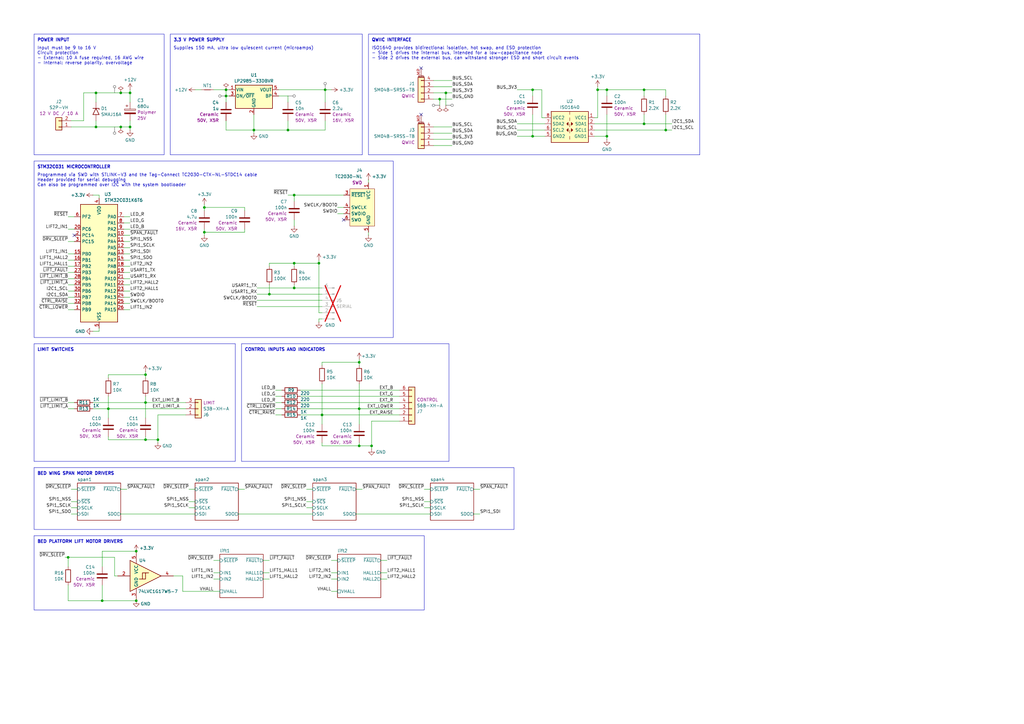
<source format=kicad_sch>
(kicad_sch (version 20250114) (generator "eeschema") (generator_version "9.0")
  (paper "A3")
  (title_block (title "Bed Lift Controller") (date "2025-11") (rev "v0.3") (company "Brown Studios LLC"))
  (rectangle (start 99.06 140.97) (end 184.15 189.23))
  (rectangle (start 13.97 219.71) (end 173.99 250.19))
  (rectangle (start 69.85 13.97) (end 148.59 63.5))
  (rectangle (start 13.97 13.97) (end 67.31 63.5))
  (rectangle (start 13.97 140.97) (end 96.52 189.23))
  (rectangle (start 151.13 13.97) (end 287.02 63.5))
  (rectangle (start 13.97 66.04) (end 161.29 138.43))
  (rectangle (start 13.97 191.77) (end 210.82 217.17))
  (text "Programmed via SWD with STLINK-V3 and the Tag-Connect TC2030-CTX-NL-STDC14 cable\nHeader provided for serial debugging\nCan also be programmed over I2C with the system bootloader" (at 15.24 71.12 0) (effects (font (size 1.27 1.27) (thickness 0.1588)) (justify left top)))
  (text "Supplies 150 mA, ultra low quiescent current (microamps)" (at 71.12 19.05 0) (effects (font (size 1.27 1.27)) (justify left top)))
  (text "LIMIT SWITCHES" (at 15.24 143.51 0) (effects (font (size 1.27 1.27) (thickness 0.254) (bold yes)) (justify left)))
  (text "POWER INPUT" (at 15.24 16.51 0) (effects (font (size 1.27 1.27) (thickness 0.254) (bold yes)) (justify left)))
  (text "BED WING SPAN MOTOR DRIVERS" (at 15.24 194.31 0) (effects (font (size 1.27 1.27) (thickness 0.254) (bold yes)) (justify left)))
  (text "STM32C031 MICROCONTROLLER" (at 15.24 68.58 0) (effects (font (size 1.27 1.27) (thickness 0.254) (bold yes)) (justify left)))
  (text "3.3 V POWER SUPPLY" (at 71.12 16.51 0) (effects (font (size 1.27 1.27) (thickness 0.254) (bold yes)) (justify left)))
  (text "QWIIC INTERFACE" (at 152.4 16.51 0) (effects (font (size 1.27 1.27) (thickness 0.254) (bold yes)) (justify left)))
  (text "CONTROL INPUTS AND INDICATORS" (at 100.33 143.51 0) (effects (font (size 1.27 1.27) (thickness 0.254) (bold yes)) (justify left)))
  (text "Input must be 9 to 16 V\nCircuit protection\n- External: 10 A fuse required, 16 AWG wire\n- Internal: reverse polarity, overvoltage" (at 15.24 19.05 0) (effects (font (size 1.27 1.27)) (justify left top)))
  (text "ISO1640 provides bidirectional isolation, hot swap, and ESD protection\n- Side 1 drives the internal bus, intended for a low-capacitance node\n- Side 2 drives the external bus, can withstand stronger ESD and short circuit events" (at 152.4 19.05 0) (effects (font (size 1.27 1.27)) (justify left top)))
  (text "BED PLATFORM LIFT MOTOR DRIVERS" (at 15.24 222.25 0) (effects (font (size 1.27 1.27) (thickness 0.254) (bold yes)) (justify left)))
  (junction (at 44.45 167.64))
  (junction (at 180.34 40.64))
  (junction (at 133.35 36.83))
  (junction (at 120.65 80.01))
  (junction (at 92.71 39.37))
  (junction (at 130.81 107.95))
  (junction (at 147.32 167.64))
  (junction (at 39.37 52.07))
  (junction (at 218.44 36.83))
  (junction (at 64.77 180.34))
  (junction (at 59.69 165.1))
  (junction (at 264.16 50.8))
  (junction (at 152.4 182.88))
  (junction (at 59.69 180.34))
  (junction (at 132.08 170.18))
  (junction (at 182.88 38.1))
  (junction (at 264.16 36.83))
  (junction (at 41.91 246.38))
  (junction (at 120.65 118.11))
  (junction (at 120.65 107.95))
  (junction (at 118.11 53.34))
  (junction (at 83.82 85.09))
  (junction (at 55.88 226.06))
  (junction (at 49.53 38.1))
  (junction (at 39.37 38.1))
  (junction (at 248.92 36.83))
  (junction (at 218.44 55.88))
  (junction (at 53.34 52.07))
  (junction (at 53.34 38.1))
  (junction (at 27.94 228.6))
  (junction (at 248.92 55.88))
  (junction (at 245.11 36.83))
  (junction (at 104.14 53.34))
  (junction (at 49.53 52.07))
  (junction (at 273.05 53.34))
  (junction (at 147.32 148.59))
  (junction (at 110.49 120.65))
  (junction (at 147.32 182.88))
  (junction (at 55.88 246.38))
  (junction (at 83.82 95.25))
  (junction (at 92.71 36.83))
  (junction (at 59.69 153.67))
  (no_connect (at 172.72 27.94))
  (no_connect (at 30.48 96.52))
  (no_connect (at 172.72 46.99))
  (no_connect (at 140.97 90.17))
  (wire (pts (xy 133.35 36.83) (xy 133.35 41.91)))
  (wire (pts (xy 118.11 49.53) (xy 118.11 53.34)))
  (wire (pts (xy 120.65 80.01) (xy 140.97 80.01)))
  (wire (pts (xy 177.8 40.64) (xy 180.34 40.64)))
  (wire (pts (xy 50.8 91.44) (xy 53.34 91.44)))
  (wire (pts (xy 177.8 54.61) (xy 185.42 54.61)))
  (wire (pts (xy 50.8 99.06) (xy 53.34 99.06)))
  (wire (pts (xy 27.94 88.9) (xy 30.48 88.9)))
  (wire (pts (xy 92.71 49.53) (xy 92.71 53.34)))
  (wire (pts (xy 44.45 180.34) (xy 59.69 180.34)))
  (wire (pts (xy 44.45 162.56) (xy 44.45 167.64)))
  (wire (pts (xy 50.8 101.6) (xy 53.34 101.6)))
  (wire (pts (xy 27.94 228.6) (xy 46.99 228.6)))
  (wire (pts (xy 114.3 39.37) (xy 118.11 39.37)))
  (wire (pts (xy 264.16 50.8) (xy 275.59 50.8)))
  (wire (pts (xy 40.64 80.01) (xy 40.64 81.28)))
  (wire (pts (xy 27.94 127) (xy 30.48 127)))
  (wire (pts (xy 243.84 48.26) (xy 245.11 48.26)))
  (wire (pts (xy 245.11 48.26) (xy 245.11 36.83)))
  (wire (pts (xy 27.94 116.84) (xy 30.48 116.84)))
  (wire (pts (xy 39.37 49.53) (xy 39.37 52.07)))
  (wire (pts (xy 130.81 106.68) (xy 130.81 107.95)))
  (wire (pts (xy 50.8 96.52) (xy 53.34 96.52)))
  (wire (pts (xy 38.1 165.1) (xy 59.69 165.1)))
  (wire (pts (xy 97.79 210.82) (xy 128.27 210.82)))
  (wire (pts (xy 194.31 210.82) (xy 196.85 210.82)))
  (wire (pts (xy 50.8 106.68) (xy 53.34 106.68)))
  (wire (pts (xy 29.21 208.28) (xy 31.75 208.28)))
  (wire (pts (xy 44.45 179.07) (xy 44.45 180.34)))
  (wire (pts (xy 100.33 85.09) (xy 100.33 86.36)))
  (wire (pts (xy 27.94 114.3) (xy 30.48 114.3)))
  (wire (pts (xy 27.94 246.38) (xy 41.91 246.38)))
  (wire (pts (xy 156.21 234.95) (xy 158.75 234.95)))
  (wire (pts (xy 156.21 237.49) (xy 158.75 237.49)))
  (wire (pts (xy 27.94 119.38) (xy 30.48 119.38)))
  (wire (pts (xy 125.73 205.74) (xy 128.27 205.74)))
  (wire (pts (xy 41.91 226.06) (xy 55.88 226.06)))
  (wire (pts (xy 264.16 50.8) (xy 264.16 46.99)))
  (wire (pts (xy 44.45 154.94) (xy 44.45 153.67)))
  (wire (pts (xy 152.4 172.72) (xy 152.4 182.88)))
  (wire (pts (xy 223.52 48.26) (xy 222.25 48.26)))
  (wire (pts (xy 53.34 38.1) (xy 53.34 41.91)))
  (wire (pts (xy 273.05 53.34) (xy 275.59 53.34)))
  (wire (pts (xy 105.41 120.65) (xy 110.49 120.65)))
  (wire (pts (xy 27.94 124.46) (xy 30.48 124.46)))
  (wire (pts (xy 27.94 111.76) (xy 30.48 111.76)))
  (wire (pts (xy 152.4 182.88) (xy 152.4 184.15)))
  (wire (pts (xy 123.19 162.56) (xy 163.83 162.56)))
  (wire (pts (xy 92.71 39.37) (xy 92.71 41.91)))
  (wire (pts (xy 44.45 153.67) (xy 59.69 153.67)))
  (wire (pts (xy 27.94 167.64) (xy 30.48 167.64)))
  (wire (pts (xy 248.92 46.99) (xy 248.92 55.88)))
  (wire (pts (xy 59.69 153.67) (xy 59.69 154.94)))
  (wire (pts (xy 125.73 208.28) (xy 128.27 208.28)))
  (wire (pts (xy 27.94 228.6) (xy 27.94 232.41)))
  (wire (pts (xy 177.8 33.02) (xy 185.42 33.02)))
  (wire (pts (xy 27.94 121.92) (xy 30.48 121.92)))
  (wire (pts (xy 118.11 53.34) (xy 133.35 53.34)))
  (wire (pts (xy 147.32 167.64) (xy 163.83 167.64)))
  (wire (pts (xy 130.81 107.95) (xy 130.81 128.27)))
  (wire (pts (xy 264.16 36.83) (xy 264.16 39.37)))
  (wire (pts (xy 83.82 83.82) (xy 83.82 85.09)))
  (wire (pts (xy 49.53 200.66) (xy 52.07 200.66)))
  (wire (pts (xy 74.93 242.57) (xy 90.17 242.57)))
  (wire (pts (xy 125.73 200.66) (xy 128.27 200.66)))
  (wire (pts (xy 107.95 237.49) (xy 110.49 237.49)))
  (wire (pts (xy 110.49 116.84) (xy 110.49 120.65)))
  (wire (pts (xy 218.44 36.83) (xy 218.44 39.37)))
  (wire (pts (xy 264.16 36.83) (xy 273.05 36.83)))
  (wire (pts (xy 44.45 167.64) (xy 44.45 171.45)))
  (wire (pts (xy 53.34 38.1) (xy 49.53 38.1)))
  (wire (pts (xy 80.01 36.83) (xy 82.55 36.83)))
  (wire (pts (xy 83.82 93.98) (xy 83.82 95.25)))
  (wire (pts (xy 77.47 205.74) (xy 80.01 205.74)))
  (wire (pts (xy 34.29 38.1) (xy 39.37 38.1)))
  (wire (pts (xy 29.21 210.82) (xy 31.75 210.82)))
  (wire (pts (xy 194.31 200.66) (xy 196.85 200.66)))
  (wire (pts (xy 40.64 135.89) (xy 40.64 134.62)))
  (wire (pts (xy 97.79 200.66) (xy 100.33 200.66)))
  (wire (pts (xy 130.81 130.81) (xy 132.08 130.81)))
  (wire (pts (xy 177.8 59.69) (xy 185.42 59.69)))
  (wire (pts (xy 212.09 53.34) (xy 223.52 53.34)))
  (wire (pts (xy 104.14 46.99) (xy 104.14 53.34)))
  (wire (pts (xy 132.08 181.61) (xy 132.08 182.88)))
  (wire (pts (xy 38.1 167.64) (xy 44.45 167.64)))
  (wire (pts (xy 27.94 165.1) (xy 30.48 165.1)))
  (wire (pts (xy 180.34 40.64) (xy 185.42 40.64)))
  (wire (pts (xy 120.65 116.84) (xy 120.65 118.11)))
  (wire (pts (xy 53.34 52.07) (xy 53.34 53.34)))
  (wire (pts (xy 77.47 200.66) (xy 80.01 200.66)))
  (wire (pts (xy 113.03 165.1) (xy 115.57 165.1)))
  (wire (pts (xy 120.65 118.11) (xy 132.08 118.11)))
  (wire (pts (xy 50.8 116.84) (xy 53.34 116.84)))
  (wire (pts (xy 147.32 167.64) (xy 147.32 157.48)))
  (wire (pts (xy 218.44 46.99) (xy 218.44 55.88)))
  (wire (pts (xy 104.14 53.34) (xy 104.14 54.61)))
  (wire (pts (xy 118.11 80.01) (xy 120.65 80.01)))
  (wire (pts (xy 151.13 73.66) (xy 151.13 74.93)))
  (wire (pts (xy 38.1 135.89) (xy 40.64 135.89)))
  (wire (pts (xy 100.33 95.25) (xy 100.33 93.98)))
  (wire (pts (xy 120.65 90.17) (xy 120.65 92.71)))
  (wire (pts (xy 243.84 50.8) (xy 264.16 50.8)))
  (wire (pts (xy 29.21 205.74) (xy 31.75 205.74)))
  (wire (pts (xy 132.08 157.48) (xy 132.08 170.18)))
  (wire (pts (xy 218.44 36.83) (xy 222.25 36.83)))
  (wire (pts (xy 87.63 237.49) (xy 90.17 237.49)))
  (wire (pts (xy 29.21 49.53) (xy 34.29 49.53)))
  (wire (pts (xy 27.94 106.68) (xy 30.48 106.68)))
  (wire (pts (xy 135.89 234.95) (xy 138.43 234.95)))
  (wire (pts (xy 74.93 236.22) (xy 74.93 242.57)))
  (wire (pts (xy 48.26 236.22) (xy 46.99 236.22)))
  (wire (pts (xy 92.71 39.37) (xy 93.98 39.37)))
  (wire (pts (xy 110.49 120.65) (xy 132.08 120.65)))
  (wire (pts (xy 92.71 53.34) (xy 104.14 53.34)))
  (wire (pts (xy 273.05 46.99) (xy 273.05 53.34)))
  (wire (pts (xy 50.8 121.92) (xy 53.34 121.92)))
  (wire (pts (xy 120.65 107.95) (xy 130.81 107.95)))
  (wire (pts (xy 151.13 96.52) (xy 151.13 95.25)))
  (wire (pts (xy 182.88 38.1) (xy 185.42 38.1)))
  (wire (pts (xy 146.05 210.82) (xy 176.53 210.82)))
  (wire (pts (xy 248.92 55.88) (xy 243.84 55.88)))
  (wire (pts (xy 105.41 125.73) (xy 132.08 125.73)))
  (wire (pts (xy 135.89 242.57) (xy 138.43 242.57)))
  (wire (pts (xy 41.91 232.41) (xy 41.91 226.06)))
  (wire (pts (xy 107.95 229.87) (xy 110.49 229.87)))
  (wire (pts (xy 113.03 170.18) (xy 115.57 170.18)))
  (wire (pts (xy 92.71 36.83) (xy 92.71 39.37)))
  (wire (pts (xy 49.53 52.07) (xy 39.37 52.07)))
  (wire (pts (xy 27.94 240.03) (xy 27.94 246.38)))
  (wire (pts (xy 132.08 149.86) (xy 132.08 148.59)))
  (wire (pts (xy 59.69 152.4) (xy 59.69 153.67)))
  (wire (pts (xy 177.8 38.1) (xy 182.88 38.1)))
  (wire (pts (xy 177.8 35.56) (xy 185.42 35.56)))
  (wire (pts (xy 132.08 182.88) (xy 147.32 182.88)))
  (wire (pts (xy 180.34 43.18) (xy 180.34 40.64)))
  (wire (pts (xy 110.49 107.95) (xy 120.65 107.95)))
  (wire (pts (xy 50.8 109.22) (xy 53.34 109.22)))
  (wire (pts (xy 83.82 85.09) (xy 100.33 85.09)))
  (wire (pts (xy 140.97 85.09) (xy 138.43 85.09)))
  (wire (pts (xy 120.65 109.22) (xy 120.65 107.95)))
  (wire (pts (xy 212.09 50.8) (xy 223.52 50.8)))
  (wire (pts (xy 120.65 80.01) (xy 120.65 82.55)))
  (wire (pts (xy 114.3 36.83) (xy 133.35 36.83)))
  (wire (pts (xy 147.32 167.64) (xy 147.32 173.99)))
  (wire (pts (xy 59.69 165.1) (xy 76.2 165.1)))
  (wire (pts (xy 50.8 88.9) (xy 53.34 88.9)))
  (wire (pts (xy 222.25 48.26) (xy 222.25 36.83)))
  (wire (pts (xy 87.63 229.87) (xy 90.17 229.87)))
  (wire (pts (xy 46.99 236.22) (xy 46.99 228.6)))
  (wire (pts (xy 156.21 229.87) (xy 158.75 229.87)))
  (wire (pts (xy 182.88 38.1) (xy 182.88 43.18)))
  (wire (pts (xy 163.83 172.72) (xy 152.4 172.72)))
  (wire (pts (xy 59.69 179.07) (xy 59.69 180.34)))
  (wire (pts (xy 110.49 109.22) (xy 110.49 107.95)))
  (wire (pts (xy 243.84 53.34) (xy 273.05 53.34)))
  (wire (pts (xy 248.92 36.83) (xy 264.16 36.83)))
  (wire (pts (xy 83.82 95.25) (xy 100.33 95.25)))
  (wire (pts (xy 212.09 36.83) (xy 218.44 36.83)))
  (wire (pts (xy 27.94 104.14) (xy 30.48 104.14)))
  (wire (pts (xy 245.11 36.83) (xy 248.92 36.83)))
  (wire (pts (xy 26.67 228.6) (xy 27.94 228.6)))
  (wire (pts (xy 59.69 162.56) (xy 59.69 165.1)))
  (wire (pts (xy 123.19 160.02) (xy 163.83 160.02)))
  (wire (pts (xy 173.99 200.66) (xy 176.53 200.66)))
  (wire (pts (xy 38.1 80.01) (xy 40.64 80.01)))
  (wire (pts (xy 147.32 181.61) (xy 147.32 182.88)))
  (wire (pts (xy 130.81 132.08) (xy 130.81 130.81)))
  (wire (pts (xy 173.99 205.74) (xy 176.53 205.74)))
  (wire (pts (xy 39.37 38.1) (xy 49.53 38.1)))
  (wire (pts (xy 53.34 36.83) (xy 53.34 38.1)))
  (wire (pts (xy 44.45 167.64) (xy 76.2 167.64)))
  (wire (pts (xy 27.94 109.22) (xy 30.48 109.22)))
  (wire (pts (xy 146.05 200.66) (xy 148.59 200.66)))
  (wire (pts (xy 50.8 104.14) (xy 53.34 104.14)))
  (wire (pts (xy 50.8 93.98) (xy 53.34 93.98)))
  (wire (pts (xy 50.8 124.46) (xy 53.34 124.46)))
  (wire (pts (xy 77.47 208.28) (xy 80.01 208.28)))
  (wire (pts (xy 50.8 127) (xy 53.34 127)))
  (wire (pts (xy 212.09 55.88) (xy 218.44 55.88)))
  (wire (pts (xy 147.32 148.59) (xy 147.32 149.86)))
  (wire (pts (xy 53.34 49.53) (xy 53.34 52.07)))
  (wire (pts (xy 92.71 36.83) (xy 93.98 36.83)))
  (wire (pts (xy 130.81 128.27) (xy 132.08 128.27)))
  (wire (pts (xy 53.34 52.07) (xy 49.53 52.07)))
  (wire (pts (xy 39.37 38.1) (xy 39.37 41.91)))
  (wire (pts (xy 248.92 36.83) (xy 248.92 39.37)))
  (wire (pts (xy 87.63 36.83) (xy 92.71 36.83)))
  (wire (pts (xy 133.35 53.34) (xy 133.35 49.53)))
  (wire (pts (xy 218.44 55.88) (xy 223.52 55.88)))
  (wire (pts (xy 147.32 182.88) (xy 152.4 182.88)))
  (wire (pts (xy 64.77 180.34) (xy 64.77 181.61)))
  (wire (pts (xy 105.41 123.19) (xy 132.08 123.19)))
  (wire (pts (xy 147.32 147.32) (xy 147.32 148.59)))
  (wire (pts (xy 123.19 170.18) (xy 132.08 170.18)))
  (wire (pts (xy 135.89 237.49) (xy 138.43 237.49)))
  (wire (pts (xy 71.12 236.22) (xy 74.93 236.22)))
  (wire (pts (xy 135.89 229.87) (xy 138.43 229.87)))
  (wire (pts (xy 107.95 234.95) (xy 110.49 234.95)))
  (wire (pts (xy 104.14 53.34) (xy 118.11 53.34)))
  (wire (pts (xy 49.53 210.82) (xy 80.01 210.82)))
  (wire (pts (xy 83.82 86.36) (xy 83.82 85.09)))
  (wire (pts (xy 113.03 160.02) (xy 115.57 160.02)))
  (wire (pts (xy 118.11 39.37) (xy 118.11 41.91)))
  (wire (pts (xy 105.41 118.11) (xy 120.65 118.11)))
  (wire (pts (xy 34.29 38.1) (xy 34.29 49.53)))
  (wire (pts (xy 27.94 93.98) (xy 30.48 93.98)))
  (wire (pts (xy 29.21 52.07) (xy 39.37 52.07)))
  (wire (pts (xy 140.97 87.63) (xy 138.43 87.63)))
  (wire (pts (xy 123.19 165.1) (xy 163.83 165.1)))
  (wire (pts (xy 132.08 170.18) (xy 163.83 170.18)))
  (wire (pts (xy 59.69 165.1) (xy 59.69 171.45)))
  (wire (pts (xy 59.69 180.34) (xy 64.77 180.34)))
  (wire (pts (xy 123.19 167.64) (xy 147.32 167.64)))
  (wire (pts (xy 41.91 240.03) (xy 41.91 246.38)))
  (wire (pts (xy 76.2 170.18) (xy 64.77 170.18)))
  (wire (pts (xy 113.03 162.56) (xy 115.57 162.56)))
  (wire (pts (xy 273.05 36.83) (xy 273.05 39.37)))
  (wire (pts (xy 50.8 111.76) (xy 53.34 111.76)))
  (wire (pts (xy 185.42 57.15) (xy 177.8 57.15)))
  (wire (pts (xy 41.91 246.38) (xy 55.88 246.38)))
  (wire (pts (xy 245.11 35.56) (xy 245.11 36.83)))
  (wire (pts (xy 83.82 95.25) (xy 83.82 96.52)))
  (wire (pts (xy 50.8 114.3) (xy 53.34 114.3)))
  (wire (pts (xy 50.8 119.38) (xy 53.34 119.38)))
  (wire (pts (xy 132.08 148.59) (xy 147.32 148.59)))
  (wire (pts (xy 27.94 99.06) (xy 30.48 99.06)))
  (wire (pts (xy 132.08 170.18) (xy 132.08 173.99)))
  (wire (pts (xy 133.35 36.83) (xy 135.89 36.83)))
  (wire (pts (xy 248.92 55.88) (xy 248.92 57.15)))
  (wire (pts (xy 173.99 208.28) (xy 176.53 208.28)))
  (wire (pts (xy 177.8 52.07) (xy 185.42 52.07)))
  (wire (pts (xy 29.21 200.66) (xy 31.75 200.66)))
  (wire (pts (xy 113.03 167.64) (xy 115.57 167.64)))
  (wire (pts (xy 87.63 234.95) (xy 90.17 234.95)))
  (wire (pts (xy 64.77 170.18) (xy 64.77 180.34)))
  (label "~{RESET}" (at 105.41 125.73 180))
  (label "BUS_SCL" (at 185.42 52.07 0))
  (label "~{LIFT_LIMIT_B}" (at 27.94 165.1 180))
  (label "EXT_LOWER" (at 161.29 167.64 180))
  (label "USART1_RX" (at 53.34 114.3 0))
  (label "~{CTRL_RAISE}" (at 27.94 124.46 180))
  (label "SPI1_SCLK" (at 53.34 101.6 0))
  (label "EXT_LIMIT_B" (at 73.66 165.1 180))
  (label "LIFT1_HALL2" (at 110.49 237.49 0))
  (label "~{LIFT_LIMIT_A}" (at 27.94 167.64 180))
  (label "USART1_TX" (at 105.41 118.11 180))
  (label "EXT_G" (at 161.29 162.56 180))
  (label "~{CTRL_LOWER}" (at 113.03 167.64 180))
  (label "LIFT2_IN2" (at 135.89 237.49 180))
  (label "LIFT1_HALL2" (at 27.94 106.68 180))
  (label "SPI1_NSS" (at 173.99 205.74 180))
  (label "SWDIO" (at 138.43 87.63 180))
  (label "~{LIFT_FAULT}" (at 110.49 229.87 0))
  (label "SPI1_SDO" (at 29.21 210.82 180))
  (label "VHALL" (at 87.63 242.57 180))
  (label "VHALL" (at 135.89 242.57 180))
  (label "LIFT2_HALL1" (at 158.75 234.95 0))
  (label "LIFT2_HALL1" (at 53.34 119.38 0))
  (label "EXT_LIMIT_A" (at 73.66 167.64 180))
  (label "EXT_R" (at 161.29 165.1 180))
  (label "~{DRV_SLEEP}" (at 26.67 228.6 180))
  (label "BUS_SDA" (at 212.09 50.8 180))
  (label "USART1_TX" (at 53.34 111.76 0))
  (label "EXT_RAISE" (at 161.29 170.18 180))
  (label "I2C1_SDA" (at 275.59 50.8 0))
  (label "I2C1_SCL" (at 27.94 119.38 180))
  (label "~{DRV_SLEEP}" (at 135.89 229.87 180))
  (label "SPI1_NSS" (at 125.73 205.74 180))
  (label "LIFT1_IN1" (at 27.94 104.14 180))
  (label "LED_B" (at 53.34 93.98 0))
  (label "LIFT1_IN2" (at 87.63 237.49 180))
  (label "~{LIFT_LIMIT_B}" (at 27.94 114.3 180))
  (label "LIFT1_IN2" (at 53.34 127 0))
  (label "~{RESET}" (at 27.94 88.9 180))
  (label "LED_R" (at 113.03 165.1 180))
  (label "~{CTRL_RAISE}" (at 113.03 170.18 180))
  (label "LED_R" (at 53.34 88.9 0))
  (label "SWCLK{slash}BOOT0" (at 138.43 85.09 180))
  (label "SPI1_SCLK" (at 173.99 208.28 180))
  (label "BUS_GND" (at 185.42 40.64 0))
  (label "SPI1_SDO" (at 53.34 106.68 0))
  (label "BUS_SDA" (at 185.42 35.56 0))
  (label "~{DRV_SLEEP}" (at 87.63 229.87 180))
  (label "LIFT1_HALL1" (at 110.49 234.95 0))
  (label "LED_G" (at 113.03 162.56 180))
  (label "LIFT1_HALL1" (at 27.94 109.22 180))
  (label "~{DRV_SLEEP}" (at 173.99 200.66 180))
  (label "~{CTRL_LOWER}" (at 27.94 127 180))
  (label "I2C1_SDA" (at 27.94 121.92 180))
  (label "~{SPAN_FAULT}" (at 196.85 200.66 0))
  (label "LIFT2_IN1" (at 135.89 234.95 180))
  (label "SPI1_SDI" (at 53.34 104.14 0))
  (label "~{DRV_SLEEP}" (at 29.21 200.66 180))
  (label "BUS_3V3" (at 185.42 57.15 0))
  (label "BUS_3V3" (at 212.09 36.83 180))
  (label "I2C1_SCL" (at 275.59 53.34 0))
  (label "EXT_B" (at 161.29 160.02 180))
  (label "BUS_3V3" (at 185.42 38.1 0))
  (label "~{SPAN_FAULT}" (at 148.59 200.66 0))
  (label "SWDIO" (at 53.34 121.92 0))
  (label "~{DRV_SLEEP}" (at 77.47 200.66 180))
  (label "SPI1_NSS" (at 29.21 205.74 180))
  (label "SPI1_SCLK" (at 125.73 208.28 180))
  (label "~{LIFT_FAULT}" (at 27.94 111.76 180))
  (label "SWCLK{slash}BOOT0" (at 53.34 124.46 0))
  (label "~{LIFT_FAULT}" (at 158.75 229.87 0))
  (label "SPI1_SCLK" (at 29.21 208.28 180))
  (label "SPI1_SDI" (at 196.85 210.82 0))
  (label "SPI1_NSS" (at 77.47 205.74 180))
  (label "~{SPAN_FAULT}" (at 100.33 200.66 0))
  (label "SPI1_SCLK" (at 77.47 208.28 180))
  (label "BUS_GND" (at 212.09 55.88 180))
  (label "~{RESET}" (at 118.11 80.01 180))
  (label "LIFT2_IN2" (at 53.34 109.22 0))
  (label "BUS_SCL" (at 185.42 33.02 0))
  (label "~{DRV_SLEEP}" (at 27.94 99.06 180))
  (label "~{SPAN_FAULT}" (at 52.07 200.66 0))
  (label "BUS_SDA" (at 185.42 54.61 0))
  (label "BUS_SCL" (at 212.09 53.34 180))
  (label "~{DRV_SLEEP}" (at 125.73 200.66 180))
  (label "BUS_GND" (at 185.42 59.69 0))
  (label "USART1_RX" (at 105.41 120.65 180))
  (label "~{LIFT_LIMIT_A}" (at 27.94 116.84 180))
  (label "~{SPAN_FAULT}" (at 53.34 96.52 0))
  (label "LED_B" (at 113.03 160.02 180))
  (label "SPI1_NSS" (at 53.34 99.06 0))
  (label "SWCLK{slash}BOOT0" (at 105.41 123.19 180))
  (label "LED_G" (at 53.34 91.44 0))
  (label "LIFT2_IN1" (at 27.94 93.98 180))
  (label "LIFT1_IN1" (at 87.63 234.95 180))
  (label "LIFT2_HALL2" (at 158.75 237.49 0))
  (label "LIFT2_HALL2" (at 53.34 116.84 0))
  (netclass_flag "" (length 2.54) (shape round) (at 118.11 39.37 270) (property "Netclass" "Power" (effects (hide yes))))
  (netclass_flag "" (length 2.54) (shape round) (at 133.35 36.83 0) (property "Netclass" "Power" (effects (hide yes))))
  (netclass_flag "" (length 2.54) (shape round) (at 180.34 43.18 90) (property "Netclass" "Power" (effects (hide yes))))
  (netclass_flag "" (length 2.54) (shape round) (at 182.88 43.18 270) (property "Netclass" "Power" (effects (hide yes))))
  (netclass_flag "" (length 2.54) (shape round) (at 46.99 52.07 180) (property "Netclass" "Power" (effects (hide yes))))
  (netclass_flag "" (length 2.54) (shape round) (at 92.71 39.37 90) (property "Netclass" "Power" (effects (hide yes))))
  (netclass_flag "" (length 2.54) (shape round) (at 46.99 38.1 0) (property "Netclass" "Power-10A" (effects (hide yes))))
  (symbol (lib_id "Device:C") (at 132.08 177.8 0) (mirror y) (unit 1)
    (property "Reference" "C12" (at 129.159 174.1635 0) (effects (justify left)))
    (property "Value" "100n" (at 129.159 176.5878 0) (effects (justify left)))
    (property "Footprint" "Capacitor_SMD:C_0603_1608Metric" (effects (hide yes)))
    (property "Description" "Unpolarized capacitor" (effects (hide yes)))
    (property "Type" "Ceramic" (at 129.159 179.0121 0) (effects (justify left)))
    (property "Rating" "50V, X5R" (at 129.159 181.4364 0) (effects (justify left)))
    (property "LCSC" "C14663" (effects (hide yes)))
  )
  (symbol (lib_id "MCU_ST_STM32C0:STM32C031K6Tx") (at 40.64 109.22 0) (unit 1)
    (property "Reference" "U3" (at 42.7833 79.6755 0) (effects (justify left)))
    (property "Value" "STM32C031K6T6" (at 42.7833 82.0998 0) (effects (justify left)))
    (property "Footprint" "Package_QFP:LQFP-32_7x7mm_P0.8mm" (effects (hide yes)))
    (property "Datasheet" "https://www.st.com/resource/en/datasheet/stm32c031k6.pdf" (effects (hide yes)))
    (property "Description" "STMicroelectronics Arm Cortex-M0+ MCU, 32KB flash, 12KB RAM, 48 MHz, 2.0-3.6V, 30 GPIO, LQFP32" (effects (hide yes)))
    (property "LCSC" "C5456169" (effects (hide yes)))
  )
  (symbol (lib_id "Device:R") (at 119.38 160.02 90) (mirror x) (unit 1)
    (property "Reference" "R9" (at 119.38 160.02 90))
    (property "Value" "220" (at 123.19 161.29 90) (effects (justify right)))
    (property "Footprint" "Resistor_SMD:R_0603_1608Metric" (effects (hide yes)))
    (property "Description" "Resistor" (effects (hide yes)))
    (property "LCSC" "C22962" (effects (hide yes)))
  )
  (symbol (lib_id "power:GND") (at 53.34 53.34 0) (unit 1)
    (property "Reference" "#PWR05" (effects (hide yes)))
    (property "Value" "GND" (at 53.34 57.4731 0))
    (property "Description" "Power symbol creates a global label with name \"GND\" , ground" (effects (hide yes)))
  )
  (symbol (lib_id "Device:C") (at 44.45 175.26 0) (mirror y) (unit 1)
    (property "Reference" "C10" (at 41.529 171.6235 0) (effects (justify left)))
    (property "Value" "100n" (at 41.529 174.0478 0) (effects (justify left)))
    (property "Footprint" "Capacitor_SMD:C_0603_1608Metric" (effects (hide yes)))
    (property "Description" "Unpolarized capacitor" (effects (hide yes)))
    (property "Type" "Ceramic" (at 41.529 176.4721 0) (effects (justify left)))
    (property "Rating" "50V, X5R" (at 41.529 178.8964 0) (effects (justify left)))
    (property "LCSC" "C14663" (effects (hide yes)))
  )
  (symbol (lib_id "power:GND") (at 55.88 246.38 0) (mirror y) (unit 1)
    (property "Reference" "#PWR022" (effects (hide yes)))
    (property "Value" "GND" (at 59.69 247.65 0))
    (property "Description" "Power symbol creates a global label with name \"GND\" , ground" (effects (hide yes)))
  )
  (symbol (lib_id "power:+3.3V") (at 83.82 83.82 0) (unit 1)
    (property "Reference" "#PWR010" (effects (hide yes)))
    (property "Value" "+3.3V" (at 83.82 79.6869 0))
    (property "Description" "Power symbol creates a global label with name \"+3.3V\"" (effects (hide yes)))
  )
  (symbol (lib_id "Connector_Generic_MountingPin:Conn_01x04_MountingPin") (at 172.72 38.1 180) (unit 1)
    (property "Reference" "J1" (at 170.18 34.29 0) (effects (justify left)))
    (property "Value" "SM04B-SRSS-TB" (at 170.18 36.83 0) (effects (justify left)))
    (property "Footprint" "Connector_JST:JST_SH_SM04B-SRSS-TB_1x04-1MP_P1.00mm_Horizontal" (effects (hide yes)))
    (property "Description" "Generic connectable mounting pin connector, single row, 01x04, script generated (kicad-library-utils/schlib/autogen/connector/)" (effects (hide yes)))
    (property "Label" "QWIIC" (at 170.18 39.37 0) (effects (justify left)))
    (property "LCSC" "C160404" (effects (hide yes)))
    (property "Alternative" " GT-A1002WRS-104SBT01" (effects (hide yes)))
    (property "LCSC_Alternative" "C41431904" (effects (hide yes)))
  )
  (symbol (lib_id "Device:C_Polarized") (at 53.34 45.72 0) (unit 1)
    (property "Reference" "C3" (at 56.261 41.1945 0) (effects (justify left)))
    (property "Value" "680u" (at 56.261 43.6188 0) (effects (justify left)))
    (property "Footprint" "Capacitor_THT:CP_Radial_D8.0mm_P3.50mm" (effects (hide yes)))
    (property "Description" "Polarized capacitor" (effects (hide yes)))
    (property "Type" "Polymer" (at 56.261 46.0431 0) (effects (justify left)))
    (property "Rating" "25V" (at 56.261 48.4674 0) (effects (justify left)))
    (property "LCSC" "C5243855" (effects (hide yes)))
    (property "Alternative" "A750KW687M1EAAE016" (effects (hide yes)))
  )
  (symbol (lib_id "Device:C") (at 147.32 177.8 0) (mirror y) (unit 1)
    (property "Reference" "C13" (at 144.399 174.1635 0) (effects (justify left)))
    (property "Value" "100n" (at 144.399 176.5878 0) (effects (justify left)))
    (property "Footprint" "Capacitor_SMD:C_0603_1608Metric" (effects (hide yes)))
    (property "Description" "Unpolarized capacitor" (effects (hide yes)))
    (property "Type" "Ceramic" (at 144.399 179.0121 0) (effects (justify left)))
    (property "Rating" "50V, X5R" (at 144.399 181.4364 0) (effects (justify left)))
    (property "LCSC" "C14663" (effects (hide yes)))
  )
  (symbol (lib_id "power:+3.3V") (at 130.81 106.68 0) (mirror y) (unit 1)
    (property "Reference" "#PWR014" (effects (hide yes)))
    (property "Value" "+3.3V" (at 132.08 105.41 0) (effects (justify right)))
    (property "Description" "Power symbol creates a global label with name \"+3.3V\"" (effects (hide yes)))
  )
  (symbol (lib_id "power:+3.3V") (at 38.1 80.01 90) (unit 1)
    (property "Reference" "#PWR09" (effects (hide yes)))
    (property "Value" "+3.3V" (at 34.925 80.01 90) (effects (justify left)))
    (property "Description" "Power symbol creates a global label with name \"+3.3V\"" (effects (hide yes)))
  )
  (symbol (lib_id "power:PWR_FLAG") (at 49.53 52.07 180) (unit 1)
    (property "Reference" "#FLG05" (effects (hide yes)))
    (property "Value" "PWR_FLAG" (effects (hide yes)))
    (property "Description" "Special symbol for telling ERC where power comes from" (effects (hide yes)))
  )
  (symbol (lib_id "Connector_Generic:Conn_01x02") (at 24.13 52.07 180) (unit 1)
    (property "Reference" "J2" (at 24.13 41.6913 0))
    (property "Value" "S2P-VH" (at 24.13 44.1156 0))
    (property "Footprint" "Connector_JST:JST_VH_S2P-VH_1x02_P3.96mm_Horizontal" (effects (hide yes)))
    (property "Datasheet" "https://mm.digikey.com/Volume0/opasdata/d220001/medias/docus/4886/eVH.doc.pdf" (effects (hide yes)))
    (property "Description" "Generic connector, single row, 01x02, script generated (kicad-library-utils/schlib/autogen/connector/)" (effects (hide yes)))
    (property "Label" "12 V DC / 10 A" (at 24.13 46.5399 0))
    (property "LCSC" "C160355" (effects (hide yes)))
    (property "FT Rotation Offset" "180" (effects (hide yes)))
  )
  (symbol (lib_id "Connector:Conn_ARM_SWD_TagConnect_TC2030-NL") (at 148.59 85.09 0) (mirror y) (unit 1) (in_bom no)
    (property "Reference" "J4" (at 148.59 69.85 0) (effects (justify left)))
    (property "Value" "TC2030-NL" (at 148.59 72.39 0) (effects (justify left)))
    (property "Footprint" "Connector:Tag-Connect_TC2030-IDC-NL_2x03_P1.27mm_Vertical" (effects (hide yes)))
    (property "Datasheet" "https://www.tag-connect.com/wp-content/uploads/bsk-pdf-manager/TC2030-CTX_1.pdf" (effects (hide yes)))
    (property "Description" "Tag-Connect ARM Cortex SWD JTAG connector, 6 pin, no legs" (effects (hide yes)))
    (property "Label" "SWD" (at 148.59 74.93 0) (effects (justify left)))
  )
  (symbol (lib_id "Device:R") (at 34.29 165.1 90) (unit 1)
    (property "Reference" "R11" (at 34.29 165.1 90))
    (property "Value" "1K" (at 38.1 163.83 90) (effects (justify right)))
    (property "Footprint" "Resistor_SMD:R_0603_1608Metric" (effects (hide yes)))
    (property "Description" "Resistor" (effects (hide yes)))
    (property "LCSC" "C21190" (effects (hide yes)))
  )
  (symbol (lib_id "power:PWR_FLAG") (at 49.53 38.1 0) (unit 1)
    (property "Reference" "#FLG02" (effects (hide yes)))
    (property "Value" "PWR_FLAG" (effects (hide yes)))
    (property "Description" "Special symbol for telling ERC where power comes from" (effects (hide yes)))
  )
  (symbol (lib_id "Device:R") (at 27.94 236.22 0) (unit 1)
    (property "Reference" "R16" (at 26.162 235.0078 0) (effects (justify right)))
    (property "Value" "10K" (at 26.162 237.4321 0) (effects (justify right)))
    (property "Footprint" "Resistor_SMD:R_0603_1608Metric" (effects (hide yes)))
    (property "Description" "Resistor" (effects (hide yes)))
    (property "LCSC" "C25804" (effects (hide yes)))
  )
  (symbol (lib_id "Device:NetTie_2") (at 85.09 36.83 0) (unit 1) (in_bom no)
    (property "Reference" "NT1" (at 85.09 35.1099 0))
    (property "Value" "NetTie_2" (effects (hide yes)))
    (property "Footprint" "Generic:NetTie-2_SMD_Pad0.4mm" (effects (hide yes)))
    (property "Description" "Net tie, 2 pins" (effects (hide yes)))
  )
  (symbol (lib_id "Device:R") (at 273.05 43.18 0) (unit 1)
    (property "Reference" "R2" (at 274.828 41.9678 0) (effects (justify left)))
    (property "Value" "2.2K" (at 274.828 44.3921 0) (effects (justify left)))
    (property "Footprint" "Resistor_SMD:R_0603_1608Metric" (effects (hide yes)))
    (property "Description" "Resistor" (effects (hide yes)))
    (property "LCSC" "C4190" (effects (hide yes)))
  )
  (symbol (lib_id "power:GND") (at 104.14 54.61 0) (unit 1)
    (property "Reference" "#PWR06" (effects (hide yes)))
    (property "Value" "GND" (at 106.045 55.88 0) (effects (justify left)))
    (property "Description" "Power symbol creates a global label with name \"GND\" , ground" (effects (hide yes)))
  )
  (symbol (lib_id "Connector:Conn_01x06_Pin") (at 137.16 125.73 180) (unit 1) (in_bom no) (dnp yes)
    (property "Reference" "J5" (at 137.8712 123.2478 0) (effects (justify right)))
    (property "Value" "PH1-06-UA" (effects (hide yes)))
    (property "Footprint" "Connector_PinHeader_2.54mm:PinHeader_1x06_P2.54mm_Vertical" (effects (hide yes)))
    (property "Description" "Generic connector, single row, 01x06, script generated" (effects (hide yes)))
    (property "Label" "SERIAL" (at 137.8712 125.6721 0) (effects (justify right)))
  )
  (symbol (lib_id "power:+3.3V") (at 55.88 226.06 0) (mirror y) (unit 1)
    (property "Reference" "#PWR021" (effects (hide yes)))
    (property "Value" "+3.3V" (at 57.15 224.79 0) (effects (justify right)))
    (property "Description" "Power symbol creates a global label with name \"+3.3V\"" (effects (hide yes)))
  )
  (symbol (lib_id "Device:R") (at 119.38 167.64 90) (mirror x) (unit 1)
    (property "Reference" "R14" (at 119.38 167.64 90))
    (property "Value" "1K" (at 123.19 168.91 90) (effects (justify right)))
    (property "Footprint" "Resistor_SMD:R_0603_1608Metric" (effects (hide yes)))
    (property "Description" "Resistor" (effects (hide yes)))
    (property "LCSC" "C21190" (effects (hide yes)))
  )
  (symbol (lib_id "Device:C") (at 133.35 45.72 180) (unit 1)
    (property "Reference" "C6" (at 136.271 42.0835 0) (effects (justify right)))
    (property "Value" "2.2u" (at 136.271 44.5078 0) (effects (justify right)))
    (property "Footprint" "Capacitor_SMD:C_0603_1608Metric" (effects (hide yes)))
    (property "Description" "Unpolarized capacitor" (effects (hide yes)))
    (property "Type" "Ceramic" (at 136.271 46.9321 0) (effects (justify right)))
    (property "Rating" "16V, X5R" (at 136.271 49.3564 0) (effects (justify right)))
    (property "LCSC" "C23630" (effects (hide yes)))
  )
  (symbol (lib_id "power:PWR_FLAG") (at 92.71 36.83 0) (unit 1)
    (property "Reference" "#FLG01" (effects (hide yes)))
    (property "Value" "PWR_FLAG" (effects (hide yes)))
    (property "Description" "Special symbol for telling ERC where power comes from" (effects (hide yes)))
  )
  (symbol (lib_id "74xGxx:74LVC1G17") (at 60.96 236.22 0) (unit 1)
    (property "Reference" "U4" (at 58.42 229.87 0))
    (property "Value" "74LVC1G17W5-7" (at 64.77 242.57 0))
    (property "Footprint" "Package_TO_SOT_SMD:SOT-23-5" (effects (hide yes)))
    (property "Datasheet" "https://www.ti.com/lit/ds/symlink/sn74lvc1g17.pdf" (effects (hide yes)))
    (property "Description" "Single Schmitt Buffer Gate, Low-Voltage CMOS" (effects (hide yes)))
    (property "LCSC" "C151394" (effects (hide yes)))
    (property "FT Rotation Offset" "90" (effects (hide yes)))
  )
  (symbol (lib_id "Device:C") (at 248.92 43.18 0) (unit 1)
    (property "Reference" "C2" (at 251.841 39.5435 0) (effects (justify left)))
    (property "Value" "100n" (at 251.841 41.9678 0) (effects (justify left)))
    (property "Footprint" "Capacitor_SMD:C_0603_1608Metric" (effects (hide yes)))
    (property "Description" "Unpolarized capacitor" (effects (hide yes)))
    (property "Type" "Ceramic" (at 251.841 44.3921 0) (effects (justify left)))
    (property "Rating" "50V, X5R" (at 251.841 46.8164 0) (effects (justify left)))
    (property "LCSC" "C14663" (effects (hide yes)))
  )
  (symbol (lib_id "power:GND") (at 83.82 96.52 0) (unit 1)
    (property "Reference" "#PWR012" (effects (hide yes)))
    (property "Value" "GND" (at 83.82 100.6531 0))
    (property "Description" "Power symbol creates a global label with name \"GND\" , ground" (effects (hide yes)))
  )
  (symbol (lib_id "power:GND") (at 152.4 184.15 0) (mirror y) (unit 1)
    (property "Reference" "#PWR020" (effects (hide yes)))
    (property "Value" "GND" (at 156.21 185.42 0))
    (property "Description" "Power symbol creates a global label with name \"GND\" , ground" (effects (hide yes)))
  )
  (symbol (lib_id "power:PWR_FLAG") (at 182.88 43.18 180) (unit 1)
    (property "Reference" "#FLG04" (effects (hide yes)))
    (property "Value" "PWR_FLAG" (effects (hide yes)))
    (property "Description" "Special symbol for telling ERC where power comes from" (effects (hide yes)))
  )
  (symbol (lib_id "Device:C") (at 83.82 90.17 0) (mirror y) (unit 1)
    (property "Reference" "C8" (at 80.899 86.5335 0) (effects (justify left)))
    (property "Value" "4.7u" (at 80.899 88.9578 0) (effects (justify left)))
    (property "Footprint" "Capacitor_SMD:C_0603_1608Metric" (effects (hide yes)))
    (property "Description" "Unpolarized capacitor" (effects (hide yes)))
    (property "Type" "Ceramic" (at 80.899 91.3821 0) (effects (justify left)))
    (property "Rating" "16V, X5R" (at 80.899 93.8064 0) (effects (justify left)))
    (property "LCSC" "C19666" (effects (hide yes)))
  )
  (symbol (lib_id "Device:C") (at 120.65 86.36 0) (unit 1)
    (property "Reference" "C7" (at 117.729 82.7235 0) (effects (justify right)))
    (property "Value" "100n" (at 117.729 85.1478 0) (effects (justify right)))
    (property "Footprint" "Capacitor_SMD:C_0603_1608Metric" (effects (hide yes)))
    (property "Description" "Unpolarized capacitor" (effects (hide yes)))
    (property "Type" "Ceramic" (at 117.729 87.5721 0) (effects (justify right)))
    (property "Rating" "50V, X5R" (at 117.729 89.9964 0) (effects (justify right)))
    (property "LCSC" "C14663" (effects (hide yes)))
  )
  (symbol (lib_id "Connector_Generic:Conn_01x06") (at 168.91 167.64 0) (mirror x) (unit 1)
    (property "Reference" "J7" (at 170.942 168.7943 0) (effects (justify left)))
    (property "Value" "S6B-XH-A" (at 170.942 166.37 0) (effects (justify left)))
    (property "Footprint" "Connector_JST:JST_XH_S6B-XH-A_1x06_P2.50mm_Horizontal" (effects (hide yes)))
    (property "Description" "Generic connector, single row, 01x06, script generated (kicad-library-utils/schlib/autogen/connector/)" (effects (hide yes)))
    (property "Label" "CONTROL" (at 170.942 163.9457 0) (effects (justify left)))
    (property "LCSC" "C157919" (effects (hide yes)))
    (property "FT Rotation Offset" "180" (effects (hide yes)))
  )
  (symbol (lib_id "Device:R") (at 132.08 153.67 0) (unit 1)
    (property "Reference" "R5" (at 133.858 152.4578 0) (effects (justify left)))
    (property "Value" "10K" (at 133.858 154.8821 0) (effects (justify left)))
    (property "Footprint" "Resistor_SMD:R_0603_1608Metric" (effects (hide yes)))
    (property "Description" "Resistor" (effects (hide yes)))
    (property "LCSC" "C25804" (effects (hide yes)))
  )
  (symbol (lib_id "power:GND") (at 120.65 92.71 0) (unit 1)
    (property "Reference" "#PWR011" (effects (hide yes)))
    (property "Value" "GND" (at 120.65 96.8431 0))
    (property "Description" "Power symbol creates a global label with name \"GND\" , ground" (effects (hide yes)))
  )
  (symbol (lib_id "Device:R") (at 34.29 167.64 90) (unit 1)
    (property "Reference" "R13" (at 34.29 167.64 90))
    (property "Value" "1K" (at 38.1 166.37 90) (effects (justify right)))
    (property "Footprint" "Resistor_SMD:R_0603_1608Metric" (effects (hide yes)))
    (property "Description" "Resistor" (effects (hide yes)))
    (property "LCSC" "C21190" (effects (hide yes)))
  )
  (symbol (lib_id "power:GND") (at 151.13 96.52 0) (mirror y) (unit 1)
    (property "Reference" "#PWR013" (effects (hide yes)))
    (property "Value" "GND" (at 151.13 100.6531 0))
    (property "Description" "Power symbol creates a global label with name \"GND\" , ground" (effects (hide yes)))
  )
  (symbol (lib_id "Device:C") (at 92.71 45.72 0) (mirror y) (unit 1)
    (property "Reference" "C4" (at 89.789 42.0835 0) (effects (justify left)))
    (property "Value" "1u" (at 89.789 44.5078 0) (effects (justify left)))
    (property "Footprint" "Capacitor_SMD:C_0603_1608Metric" (effects (hide yes)))
    (property "Description" "Unpolarized capacitor" (effects (hide yes)))
    (property "Type" "Ceramic" (at 89.789 46.9321 0) (effects (justify left)))
    (property "Rating" "50V, X5R" (at 89.789 49.3564 0) (effects (justify left)))
    (property "LCSC" "C15849" (effects (hide yes)))
  )
  (symbol (lib_id "Device:R") (at 120.65 113.03 0) (unit 1)
    (property "Reference" "R4" (at 122.428 111.8178 0) (effects (justify left)))
    (property "Value" "100K" (at 122.428 114.2421 0) (effects (justify left)))
    (property "Footprint" "Resistor_SMD:R_0603_1608Metric" (effects (hide yes)))
    (property "Description" "Resistor" (effects (hide yes)))
    (property "LCSC" "C25803" (effects (hide yes)))
  )
  (symbol (lib_id "power:GND") (at 248.92 57.15 0) (unit 1)
    (property "Reference" "#PWR07" (effects (hide yes)))
    (property "Value" "GND" (at 248.92 61.2831 0))
    (property "Description" "Power symbol creates a global label with name \"GND\" , ground" (effects (hide yes)))
  )
  (symbol (lib_id "power:+3.3V") (at 151.13 73.66 0) (mirror y) (unit 1)
    (property "Reference" "#PWR08" (effects (hide yes)))
    (property "Value" "+3.3V" (at 152.527 72.39 0) (effects (justify right)))
    (property "Description" "Power symbol creates a global label with name \"+3.3V\"" (effects (hide yes)))
  )
  (symbol (lib_id "power:+3.3V") (at 245.11 35.56 0) (unit 1)
    (property "Reference" "#PWR01" (effects (hide yes)))
    (property "Value" "+3.3V" (at 245.11 31.4269 0))
    (property "Description" "Power symbol creates a global label with name \"+3.3V\"" (effects (hide yes)))
  )
  (symbol (lib_id "Device:R") (at 264.16 43.18 0) (unit 1)
    (property "Reference" "R1" (at 265.938 41.9678 0) (effects (justify left)))
    (property "Value" "2.2K" (at 265.938 44.3921 0) (effects (justify left)))
    (property "Footprint" "Resistor_SMD:R_0603_1608Metric" (effects (hide yes)))
    (property "Description" "Resistor" (effects (hide yes)))
    (property "LCSC" "C4190" (effects (hide yes)))
  )
  (symbol (lib_id "power:GND") (at 64.77 181.61 0) (mirror y) (unit 1)
    (property "Reference" "#PWR019" (effects (hide yes)))
    (property "Value" "GND" (at 68.58 182.88 0))
    (property "Description" "Power symbol creates a global label with name \"GND\" , ground" (effects (hide yes)))
  )
  (symbol (lib_id "Connector_Generic_MountingPin:Conn_01x04_MountingPin") (at 172.72 57.15 180) (unit 1)
    (property "Reference" "J3" (at 170.18 53.34 0) (effects (justify left)))
    (property "Value" "SM04B-SRSS-TB" (at 170.18 55.88 0) (effects (justify left)))
    (property "Footprint" "Connector_JST:JST_SH_SM04B-SRSS-TB_1x04-1MP_P1.00mm_Horizontal" (effects (hide yes)))
    (property "Description" "Generic connectable mounting pin connector, single row, 01x04, script generated (kicad-library-utils/schlib/autogen/connector/)" (effects (hide yes)))
    (property "Label" "QWIIC" (at 170.18 58.42 0) (effects (justify left)))
    (property "LCSC" "C160404" (effects (hide yes)))
    (property "Alternative" " GT-A1002WRS-104SBT01" (effects (hide yes)))
    (property "LCSC_Alternative" "C41431904" (effects (hide yes)))
  )
  (symbol (lib_id "Device:C") (at 59.69 175.26 0) (mirror y) (unit 1)
    (property "Reference" "C11" (at 56.769 171.6235 0) (effects (justify left)))
    (property "Value" "100n" (at 56.769 174.0478 0) (effects (justify left)))
    (property "Footprint" "Capacitor_SMD:C_0603_1608Metric" (effects (hide yes)))
    (property "Description" "Unpolarized capacitor" (effects (hide yes)))
    (property "Type" "Ceramic" (at 56.769 176.4721 0) (effects (justify left)))
    (property "Rating" "50V, X5R" (at 56.769 178.8964 0) (effects (justify left)))
    (property "LCSC" "C14663" (effects (hide yes)))
  )
  (symbol (lib_id "Device:R") (at 119.38 170.18 90) (mirror x) (unit 1)
    (property "Reference" "R15" (at 119.38 170.18 90))
    (property "Value" "1K" (at 123.19 171.45 90) (effects (justify right)))
    (property "Footprint" "Resistor_SMD:R_0603_1608Metric" (effects (hide yes)))
    (property "Description" "Resistor" (effects (hide yes)))
    (property "LCSC" "C21190" (effects (hide yes)))
  )
  (symbol (lib_id "Connector_Generic:Conn_01x03") (at 81.28 167.64 0) (mirror x) (unit 1)
    (property "Reference" "J6" (at 83.312 170.0643 0) (effects (justify left)))
    (property "Value" "S3B-XH-A" (at 83.312 167.64 0) (effects (justify left)))
    (property "Footprint" "Connector_JST:JST_XH_S3B-XH-A_1x03_P2.50mm_Horizontal" (effects (hide yes)))
    (property "Description" "Generic connector, single row, 01x03, script generated (kicad-library-utils/schlib/autogen/connector/)" (effects (hide yes)))
    (property "Label" "LIMIT" (at 83.312 165.2157 0) (effects (justify left)))
    (property "FT Rotation Offset" "180" (effects (hide yes)))
    (property "LCSC" "C157928" (effects (hide yes)))
  )
  (symbol (lib_id "power:+3.3V") (at 147.32 147.32 0) (mirror y) (unit 1)
    (property "Reference" "#PWR017" (effects (hide yes)))
    (property "Value" "+3.3V" (at 151.13 146.05 0))
    (property "Description" "Power symbol creates a global label with name \"+3.3V\"" (effects (hide yes)))
  )
  (symbol (lib_id "Device:R") (at 44.45 158.75 0) (unit 1)
    (property "Reference" "R7" (at 46.228 157.5378 0) (effects (justify left)))
    (property "Value" "10K" (at 46.228 159.9621 0) (effects (justify left)))
    (property "Footprint" "Resistor_SMD:R_0603_1608Metric" (effects (hide yes)))
    (property "Description" "Resistor" (effects (hide yes)))
    (property "LCSC" "C25804" (effects (hide yes)))
  )
  (symbol (lib_id "Device:R") (at 59.69 158.75 0) (unit 1)
    (property "Reference" "R8" (at 61.468 157.5378 0) (effects (justify left)))
    (property "Value" "10K" (at 61.468 159.9621 0) (effects (justify left)))
    (property "Footprint" "Resistor_SMD:R_0603_1608Metric" (effects (hide yes)))
    (property "Description" "Resistor" (effects (hide yes)))
    (property "LCSC" "C25804" (effects (hide yes)))
  )
  (symbol (lib_id "Diode:SMAJ16A") (at 39.37 45.72 270) (unit 1)
    (property "Reference" "D1" (at 41.402 44.5078 90) (effects (justify left)))
    (property "Value" "SMAJ16A" (at 41.402 46.9321 90) (effects (justify left)))
    (property "Footprint" "Diode_SMD:D_SMA" (effects (hide yes)))
    (property "Datasheet" "https://www.littelfuse.com/media?resourcetype=datasheets&itemid=75e32973-b177-4ee3-a0ff-cedaf1abdb93&filename=smaj-datasheet" (effects (hide yes)))
    (property "Description" "400W unidirectional Transient Voltage Suppressor, 16.0Vr, SMA(DO-214AC)" (effects (hide yes)))
    (property "LCSC" "C74561" (effects (hide yes)))
    (property "FT Rotation Offset" "180" (effects (hide yes)))
  )
  (symbol (lib_id "Device:R") (at 119.38 162.56 90) (mirror x) (unit 1)
    (property "Reference" "R10" (at 119.38 162.56 90))
    (property "Value" "220" (at 123.19 163.83 90) (effects (justify right)))
    (property "Footprint" "Resistor_SMD:R_0603_1608Metric" (effects (hide yes)))
    (property "Description" "Resistor" (effects (hide yes)))
    (property "LCSC" "C22962" (effects (hide yes)))
  )
  (symbol (lib_id "Regulator_Linear:LP2985-3.3") (at 104.14 39.37 0) (unit 1)
    (property "Reference" "U1" (at 104.14 30.7805 0))
    (property "Value" "LP2985-33DBVR" (at 104.14 33.2048 0))
    (property "Footprint" "Package_TO_SOT_SMD:SOT-23-5" (effects (hide yes)))
    (property "Datasheet" "http://www.ti.com/lit/ds/symlink/lp2985.pdf" (effects (hide yes)))
    (property "Description" "150mA 16V Low-noise Low-dropout Regulator With Shutdown, 3.3V output voltage, SOT-23-5" (effects (hide yes)))
    (property "LCSC" "C95414" (effects (hide yes)))
  )
  (symbol (lib_id "Device:C") (at 41.91 236.22 0) (mirror y) (unit 1)
    (property "Reference" "C14" (at 38.989 232.5835 0) (effects (justify left)))
    (property "Value" "100n" (at 38.989 235.0078 0) (effects (justify left)))
    (property "Footprint" "Capacitor_SMD:C_0603_1608Metric" (effects (hide yes)))
    (property "Description" "Unpolarized capacitor" (effects (hide yes)))
    (property "Type" "Ceramic" (at 38.989 237.4321 0) (effects (justify left)))
    (property "Rating" "50V, X5R" (at 38.989 239.8564 0) (effects (justify left)))
    (property "LCSC" "C14663" (effects (hide yes)))
  )
  (symbol (lib_id "Isolator:ISO1540") (at 233.68 50.8 0) (mirror y) (unit 1)
    (property "Reference" "U2" (at 233.68 41.5755 0))
    (property "Value" "ISO1640" (at 233.68 43.9998 0))
    (property "Footprint" "Package_SO:SOIC-8_3.9x4.9mm_P1.27mm" (effects (hide yes)))
    (property "Datasheet" "https://www.ti.com/lit/ds/symlink/iso1640.pdf" (effects (hide yes)))
    (property "Description" "I2C Isolator, 5 kVrms, Bidirectional clock and data, SOIC-8" (effects (hide yes)))
    (property "LCSC" "C5122339" (effects (hide yes)))
    (property "FT Rotation Offset" "90" (effects (hide yes)))
  )
  (symbol (lib_id "power:+12V") (at 80.01 36.83 90) (unit 1)
    (property "Reference" "#PWR03" (effects (hide yes)))
    (property "Value" "+12V" (at 76.835 36.83 90) (effects (justify left)))
    (property "Description" "Power symbol creates a global label with name \"+12V\"" (effects (hide yes)))
  )
  (symbol (lib_id "Device:R") (at 110.49 113.03 0) (unit 1)
    (property "Reference" "R3" (at 112.268 111.8178 0) (effects (justify left)))
    (property "Value" "100K" (at 112.268 114.2421 0) (effects (justify left)))
    (property "Footprint" "Resistor_SMD:R_0603_1608Metric" (effects (hide yes)))
    (property "Description" "Resistor" (effects (hide yes)))
    (property "LCSC" "C25803" (effects (hide yes)))
  )
  (symbol (lib_id "power:+12V") (at 53.34 36.83 0) (unit 1)
    (property "Reference" "#PWR02" (effects (hide yes)))
    (property "Value" "+12V" (at 53.34 32.6969 0))
    (property "Description" "Power symbol creates a global label with name \"+12V\"" (effects (hide yes)))
  )
  (symbol (lib_id "Device:R") (at 147.32 153.67 0) (unit 1)
    (property "Reference" "R6" (at 149.098 152.4578 0) (effects (justify left)))
    (property "Value" "10K" (at 149.098 154.8821 0) (effects (justify left)))
    (property "Footprint" "Resistor_SMD:R_0603_1608Metric" (effects (hide yes)))
    (property "Description" "Resistor" (effects (hide yes)))
    (property "LCSC" "C25804" (effects (hide yes)))
  )
  (symbol (lib_id "Device:C") (at 100.33 90.17 0) (mirror y) (unit 1)
    (property "Reference" "C9" (at 97.409 86.5335 0) (effects (justify left)))
    (property "Value" "100n" (at 97.409 88.9578 0) (effects (justify left)))
    (property "Footprint" "Capacitor_SMD:C_0603_1608Metric" (effects (hide yes)))
    (property "Description" "Unpolarized capacitor" (effects (hide yes)))
    (property "Type" "Ceramic" (at 97.409 91.3821 0) (effects (justify left)))
    (property "Rating" "50V, X5R" (at 97.409 93.8064 0) (effects (justify left)))
    (property "LCSC" "C14663" (effects (hide yes)))
  )
  (symbol (lib_id "Device:R") (at 119.38 165.1 90) (mirror x) (unit 1)
    (property "Reference" "R12" (at 119.38 165.1 90))
    (property "Value" "220" (at 123.19 166.37 90) (effects (justify right)))
    (property "Footprint" "Resistor_SMD:R_0603_1608Metric" (effects (hide yes)))
    (property "Description" "Resistor" (effects (hide yes)))
    (property "LCSC" "C22962" (effects (hide yes)))
  )
  (symbol (lib_id "power:GND") (at 130.81 132.08 0) (mirror y) (unit 1)
    (property "Reference" "#PWR015" (effects (hide yes)))
    (property "Value" "GND" (at 133.35 133.35 0) (effects (justify right)))
    (property "Description" "Power symbol creates a global label with name \"GND\" , ground" (effects (hide yes)))
  )
  (symbol (lib_id "power:+3.3V") (at 135.89 36.83 270) (mirror x) (unit 1)
    (property "Reference" "#PWR04" (effects (hide yes)))
    (property "Value" "+3.3V" (at 139.065 36.83 90) (effects (justify left)))
    (property "Description" "Power symbol creates a global label with name \"+3.3V\"" (effects (hide yes)))
  )
  (symbol (lib_id "power:GND") (at 38.1 135.89 270) (mirror x) (unit 1)
    (property "Reference" "#PWR016" (effects (hide yes)))
    (property "Value" "GND" (at 34.9251 135.89 90) (effects (justify right)))
    (property "Description" "Power symbol creates a global label with name \"GND\" , ground" (effects (hide yes)))
  )
  (symbol (lib_id "power:+3.3V") (at 59.69 152.4 0) (mirror y) (unit 1)
    (property "Reference" "#PWR018" (effects (hide yes)))
    (property "Value" "+3.3V" (at 63.5 151.13 0))
    (property "Description" "Power symbol creates a global label with name \"+3.3V\"" (effects (hide yes)))
  )
  (symbol (lib_id "Device:C") (at 118.11 45.72 180) (unit 1)
    (property "Reference" "C5" (at 121.031 42.0835 0) (effects (justify right)))
    (property "Value" "10n" (at 121.031 44.5078 0) (effects (justify right)))
    (property "Footprint" "Capacitor_SMD:C_0603_1608Metric" (effects (hide yes)))
    (property "Description" "Unpolarized capacitor" (effects (hide yes)))
    (property "Type" "Ceramic" (at 121.031 46.9321 0) (effects (justify right)))
    (property "Rating" "50V, X5R" (at 121.031 49.3564 0) (effects (justify right)))
    (property "LCSC" "C57112" (effects (hide yes)))
  )
  (symbol (lib_id "power:PWR_FLAG") (at 180.34 43.18 180) (unit 1)
    (property "Reference" "#FLG03" (effects (hide yes)))
    (property "Value" "PWR_FLAG" (effects (hide yes)))
    (property "Description" "Special symbol for telling ERC where power comes from" (effects (hide yes)))
  )
  (symbol (lib_id "Device:C") (at 218.44 43.18 0) (mirror y) (unit 1)
    (property "Reference" "C1" (at 215.519 39.5435 0) (effects (justify left)))
    (property "Value" "100n" (at 215.519 41.9678 0) (effects (justify left)))
    (property "Footprint" "Capacitor_SMD:C_0603_1608Metric" (effects (hide yes)))
    (property "Description" "Unpolarized capacitor" (effects (hide yes)))
    (property "Type" "Ceramic" (at 215.519 44.3921 0) (effects (justify left)))
    (property "Rating" "50V, X5R" (at 215.519 46.8164 0) (effects (justify left)))
    (property "LCSC" "C14663" (effects (hide yes)))
  )
  (sheet (at 80.01 198.12) (size 17.78 15.24) (stroke (width 0.1524))
    (property "Sheetname" "span2" (at 80.01 197.4084 0) (effects (justify left bottom)))
    (property "Sheetfile" "span.kicad_sch" (effects (hide yes)))
    (pin "SCLK" input (at 80.01 208.28 180))
    (pin "SDI" input (at 80.01 210.82 180))
    (pin "SDO" output (at 97.79 210.82 0))
    (pin "~{FAULT}" output (at 97.79 200.66 0))
    (pin "~{SLEEP}" input (at 80.01 200.66 180))
    (pin "~{SCS}" input (at 80.01 205.74 180))
  )
  (sheet (at 128.27 198.12) (size 17.78 15.24) (stroke (width 0.1524))
    (property "Sheetname" "span3" (at 128.27 197.4084 0) (effects (justify left bottom)))
    (property "Sheetfile" "span.kicad_sch" (effects (hide yes)))
    (pin "SCLK" input (at 128.27 208.28 180))
    (pin "SDI" input (at 128.27 210.82 180))
    (pin "SDO" output (at 146.05 210.82 0))
    (pin "~{FAULT}" output (at 146.05 200.66 0))
    (pin "~{SLEEP}" input (at 128.27 200.66 180))
    (pin "~{SCS}" input (at 128.27 205.74 180))
  )
  (sheet (at 90.17 227.33) (size 17.78 17.78) (stroke (width 0.1524))
    (property "Sheetname" "lift1" (at 90.17 226.6184 0) (effects (justify left bottom)))
    (property "Sheetfile" "lift.kicad_sch" (effects (hide yes)))
    (pin "IN1" input (at 90.17 234.95 180))
    (pin "IN2" input (at 90.17 237.49 180))
    (pin "~{FAULT}" output (at 107.95 229.87 0))
    (pin "~{SLEEP}" input (at 90.17 229.87 180))
    (pin "HALL1" output (at 107.95 234.95 0))
    (pin "HALL2" output (at 107.95 237.49 0))
    (pin "VHALL" passive (at 90.17 242.57 180))
  )
  (sheet (at 31.75 198.12) (size 17.78 15.24) (stroke (width 0.1524))
    (property "Sheetname" "span1" (at 31.75 197.4084 0) (effects (justify left bottom)))
    (property "Sheetfile" "span.kicad_sch" (effects (hide yes)))
    (pin "SCLK" input (at 31.75 208.28 180))
    (pin "SDI" input (at 31.75 210.82 180))
    (pin "SDO" output (at 49.53 210.82 0))
    (pin "~{FAULT}" output (at 49.53 200.66 0))
    (pin "~{SLEEP}" input (at 31.75 200.66 180))
    (pin "~{SCS}" input (at 31.75 205.74 180))
  )
  (sheet (at 138.43 227.33) (size 17.78 17.78) (stroke (width 0.1524))
    (property "Sheetname" "lift2" (at 138.43 226.6184 0) (effects (justify left bottom)))
    (property "Sheetfile" "lift.kicad_sch" (effects (hide yes)))
    (pin "IN1" input (at 138.43 234.95 180))
    (pin "IN2" input (at 138.43 237.49 180))
    (pin "~{FAULT}" output (at 156.21 229.87 0))
    (pin "~{SLEEP}" input (at 138.43 229.87 180))
    (pin "HALL1" output (at 156.21 234.95 0))
    (pin "HALL2" output (at 156.21 237.49 0))
    (pin "VHALL" passive (at 138.43 242.57 180))
  )
  (sheet (at 176.53 198.12) (size 17.78 15.24) (stroke (width 0.1524))
    (property "Sheetname" "span4" (at 176.53 197.4084 0) (effects (justify left bottom)))
    (property "Sheetfile" "span.kicad_sch" (effects (hide yes)))
    (pin "SCLK" input (at 176.53 208.28 180))
    (pin "SDI" input (at 176.53 210.82 180))
    (pin "SDO" output (at 194.31 210.82 0))
    (pin "~{FAULT}" output (at 194.31 200.66 0))
    (pin "~{SLEEP}" input (at 176.53 200.66 180))
    (pin "~{SCS}" input (at 176.53 205.74 180))
  )
)
</source>
